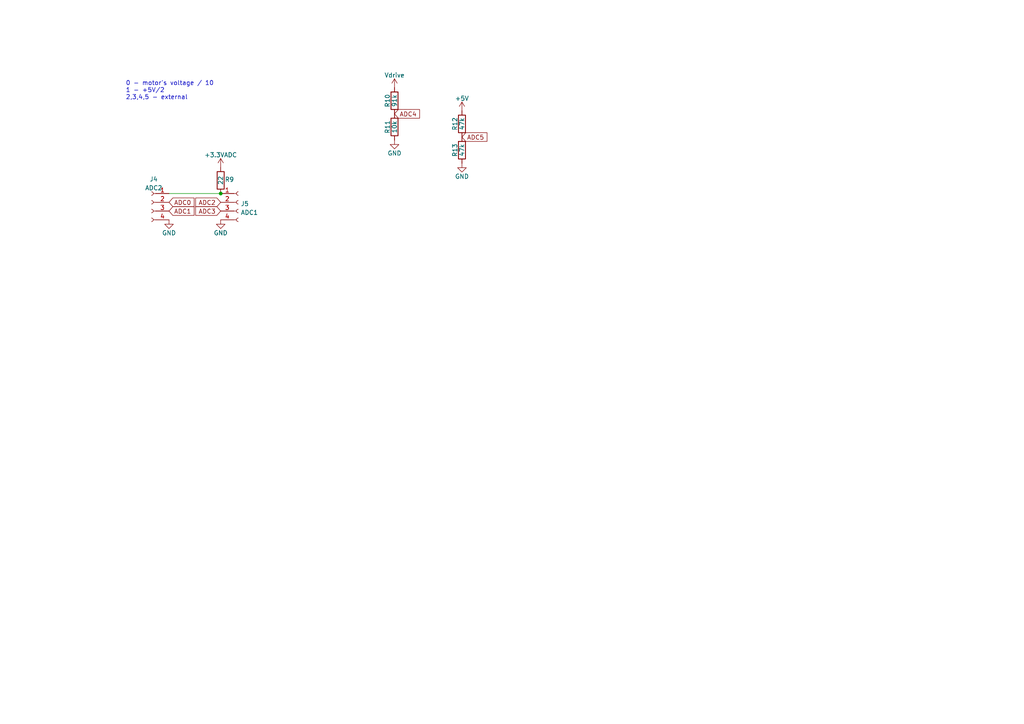
<source format=kicad_sch>
(kicad_sch (version 20211123) (generator eeschema)
  (paper "A4")
  (lib_symbols
    (symbol "Connector:Conn_01x04_Female" (pin_names (offset 1.016) hide)
      (property "Reference" "J" (at 0 5.08 0))
      (property "Value" "Conn_01x04_Female" (at 0 -7.62 0))
      (symbol "Conn_01x04_Female_1_1"
        (arc (start 0 -4.572) (mid -0.508 -5.08) (end 0 -5.588) (stroke (width 0.1524)))
        (arc (start 0 -2.032) (mid -0.508 -2.54) (end 0 -3.048) (stroke (width 0.1524)))
        (polyline (pts (xy -1.27 -5.08) (xy -0.508 -5.08)) (stroke (width 0.1524)))
        (polyline (pts (xy -1.27 -2.54) (xy -0.508 -2.54)) (stroke (width 0.1524)))
        (polyline (pts (xy -1.27 0) (xy -0.508 0)) (stroke (width 0.1524)))
        (polyline (pts (xy -1.27 2.54) (xy -0.508 2.54)) (stroke (width 0.1524)))
        (arc (start 0 0.508) (mid -0.508 0) (end 0 -0.508) (stroke (width 0.1524)))
        (arc (start 0 3.048) (mid -0.508 2.54) (end 0 2.032) (stroke (width 0.1524)))
        (pin passive line (at -5.08 2.54 0) (length 3.81) (name "Pin_1") (number "1"))
        (pin passive line (at -5.08 0 0) (length 3.81) (name "Pin_2") (number "2"))
        (pin passive line (at -5.08 -2.54 0) (length 3.81) (name "Pin_3") (number "3"))
        (pin passive line (at -5.08 -5.08 0) (length 3.81) (name "Pin_4") (number "4"))
      )
    )
    (symbol "Device:R" (pin_numbers hide) (pin_names (offset 0))
      (property "Reference" "R" (at 2.032 0 90))
      (property "Value" "R" (at 0 0 90))
      (symbol "R_0_1"
        (rectangle (start -1.016 -2.54) (end 1.016 2.54) (stroke (width 0.254)))
      )
      (symbol "R_1_1"
        (pin passive line (at 0 3.81 270) (length 1.27) (name "~") (number "1"))
        (pin passive line (at 0 -3.81 90) (length 1.27) (name "~") (number "2"))
      )
    )
    (symbol "power:+3.3VADC" (power) (pin_names (offset 0))
      (property "Value" "+3.3VADC" (at 0 2.54 0))
      (symbol "+3.3VADC_0_0"
        (pin power_in line (at 0 0 90) (length 0) hide (name "+3.3VADC") (number "1"))
      )
      (symbol "+3.3VADC_0_1"
        (polyline (pts (xy -0.762 1.27) (xy 0 2.54)))
        (polyline (pts (xy 0 0) (xy 0 2.54)))
        (polyline (pts (xy 0 2.54) (xy 0.762 1.27)))
      )
    )
    (symbol "power:+5V" (power) (pin_names (offset 0))
      (property "Value" "+5V" (at 0 3.556 0))
      (symbol "+5V_0_1"
        (polyline (pts (xy -0.762 1.27) (xy 0 2.54)))
        (polyline (pts (xy 0 0) (xy 0 2.54)))
        (polyline (pts (xy 0 2.54) (xy 0.762 1.27)))
      )
      (symbol "+5V_1_1"
        (pin power_in line (at 0 0 90) (length 0) hide (name "+5V") (number "1"))
      )
    )
    (symbol "power:Vdrive" (power) (pin_names (offset 0))
      (property "Value" "Vdrive" (at 0 3.81 0))
      (symbol "Vdrive_0_1"
        (polyline (pts (xy -0.762 1.27) (xy 0 2.54)))
        (polyline (pts (xy 0 0) (xy 0 2.54)))
        (polyline (pts (xy 0 2.54) (xy 0.762 1.27)))
      )
      (symbol "Vdrive_1_1"
        (pin power_in line (at 0 0 90) (length 0) hide (name "Vdrive") (number "1"))
      )
    )
    (symbol "stm32-rescue:GND" (power) (pin_names (offset 0))
      (property "Value" "GND" (at 0 -3.81 0))
      (symbol "GND_0_1"
        (polyline (pts (xy 0 0) (xy 0 -1.27) (xy 1.27 -1.27) (xy 0 -2.54) (xy -1.27 -1.27) (xy 0 -1.27)))
      )
      (symbol "GND_1_1"
        (pin power_in line (at 0 0 270) (length 0) hide (name "GND") (number "1"))
      )
    )
  )
  (junction (at 64.008 56.134))
  (wire (pts (xy 49.022 56.134) (xy 64.008 56.134)))
  (text "0 - motor's voltage / 10\n1 - +5V/2\n2,3,4,5 - external" (at 36.449 29.083 0) (effects (font (size 1.27 1.27)) (justify left bottom)))
  (global_label "ADC1" (shape input) (at 49.022 61.214 0) (property "Intersheet References" "${INTERSHEET_REFS}" (effects hide)))
  (global_label "ADC3" (shape input) (at 64.008 61.214 180) (property "Intersheet References" "${INTERSHEET_REFS}" (effects hide)))
  (global_label "ADC2" (shape input) (at 64.008 58.674 180) (property "Intersheet References" "${INTERSHEET_REFS}" (effects hide)))
  (global_label "ADC4" (shape input) (at 114.427 33.02 0) (property "Intersheet References" "${INTERSHEET_REFS}" (effects hide)))
  (global_label "ADC5" (shape input) (at 133.985 39.751 0) (property "Intersheet References" "${INTERSHEET_REFS}" (effects hide)))
  (global_label "ADC0" (shape input) (at 49.022 58.674 0) (property "Intersheet References" "${INTERSHEET_REFS}" (effects hide)))
  (symbol (lib_id "stm32-rescue:GND") (at 114.427 40.64 0) (unit 1)
    (property "Reference" "#PWR0120" (effects hide))
    (property "Value" "GND" (at 114.427 44.45 0))
  )
  (symbol (lib_id "power:+3.3VADC") (at 64.008 48.514 0) (unit 1)
    (property "Reference" "#PWR?" (effects hide))
    (property "Value" "+3.3VADC" (at 64.008 44.9382 0))
  )
  (symbol (lib_id "Device:R") (at 64.008 52.324 0) (unit 1)
    (property "Reference" "R9" (at 66.548 52.07 0))
    (property "Value" "22" (at 64.008 52.324 90))
    (property "Footprint" "Resistor_SMD:R_0603_1608Metric_Pad0.98x0.95mm_HandSolder" (effects hide))
  )
  (symbol (lib_id "Device:R") (at 114.427 29.21 180) (unit 1)
    (property "Reference" "R10" (at 112.395 29.21 90))
    (property "Value" "91k" (at 114.427 29.21 90))
    (property "Footprint" "Resistor_SMD:R_0603_1608Metric_Pad0.98x0.95mm_HandSolder" (effects hide))
  )
  (symbol (lib_id "stm32-rescue:GND") (at 49.022 63.754 0) (unit 1)
    (property "Reference" "#PWR013" (effects hide))
    (property "Value" "GND" (at 49.022 67.564 0))
  )
  (symbol (lib_id "Device:R") (at 114.427 36.83 180) (unit 1)
    (property "Reference" "R11" (at 112.395 36.83 90))
    (property "Value" "10k" (at 114.427 36.83 90))
    (property "Footprint" "Resistor_SMD:R_0603_1608Metric_Pad0.98x0.95mm_HandSolder" (effects hide))
  )
  (symbol (lib_id "Device:R") (at 133.985 43.561 180) (unit 1)
    (property "Reference" "R13" (at 131.953 43.561 90))
    (property "Value" "47k" (at 133.985 43.561 90))
    (property "Footprint" "Resistor_SMD:R_0603_1608Metric_Pad0.98x0.95mm_HandSolder" (effects hide))
  )
  (symbol (lib_id "Connector:Conn_01x04_Female") (at 69.088 58.674 0) (unit 1)
    (property "Reference" "J5" (at 69.7992 59.1093 0) (effects (justify left)))
    (property "Value" "ADC1" (at 69.7992 61.6462 0) (effects (justify left)))
    (property "Footprint" "Connector_JST:JST_PH_B4B-PH-K_1x04_P2.00mm_Vertical" (effects hide))
  )
  (symbol (lib_id "Connector:Conn_01x04_Female") (at 43.942 58.674 0) (mirror y) (unit 1)
    (property "Reference" "J4" (at 44.577 51.977 0))
    (property "Value" "ADC2" (at 44.577 54.5139 0))
    (property "Footprint" "Connector_JST:JST_PH_B4B-PH-K_1x04_P2.00mm_Vertical" (effects hide))
  )
  (symbol (lib_id "stm32-rescue:GND") (at 64.008 63.754 0) (unit 1)
    (property "Reference" "#PWR014" (effects hide))
    (property "Value" "GND" (at 64.008 67.564 0))
  )
  (symbol (lib_id "Device:R") (at 133.985 35.941 180) (unit 1)
    (property "Reference" "R12" (at 131.953 35.941 90))
    (property "Value" "47k" (at 133.985 35.941 90))
    (property "Footprint" "Resistor_SMD:R_0603_1608Metric_Pad0.98x0.95mm_HandSolder" (effects hide))
  )
  (symbol (lib_id "power:+5V") (at 133.985 32.131 0) (unit 1)
    (property "Reference" "#PWR0123" (effects hide))
    (property "Value" "+5V" (at 133.985 28.5552 0))
  )
  (symbol (lib_id "power:Vdrive") (at 114.427 25.4 0) (unit 1)
    (property "Reference" "#PWR0121" (effects hide))
    (property "Value" "Vdrive" (at 114.427 21.8242 0))
  )
  (symbol (lib_id "stm32-rescue:GND") (at 133.985 47.371 0) (unit 1)
    (property "Reference" "#PWR0122" (effects hide))
    (property "Value" "GND" (at 133.985 51.181 0))
  )
)
</source>
